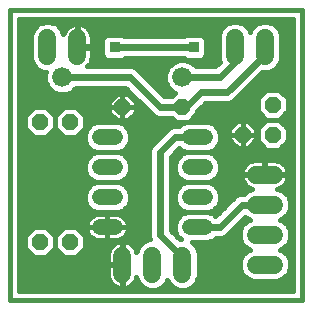
<source format=gtl>
G75*
G70*
%OFA0B0*%
%FSLAX24Y24*%
%IPPOS*%
%LPD*%
%AMOC8*
5,1,8,0,0,1.08239X$1,22.5*
%
%ADD10C,0.0160*%
%ADD11C,0.0520*%
%ADD12C,0.0600*%
%ADD13OC8,0.0520*%
%ADD14C,0.0660*%
%ADD15C,0.0240*%
%ADD16R,0.0356X0.0356*%
D10*
X000367Y000180D02*
X010117Y000180D01*
X010117Y009867D01*
X000367Y009867D01*
X000367Y000180D01*
X000687Y000500D02*
X000687Y009547D01*
X009797Y009547D01*
X009797Y000500D01*
X000687Y000500D01*
X000687Y000559D02*
X004932Y000559D01*
X005009Y000527D02*
X005224Y000527D01*
X005423Y000609D01*
X005574Y000761D01*
X005617Y000863D01*
X005659Y000761D01*
X005811Y000609D01*
X006009Y000527D01*
X006224Y000527D01*
X006423Y000609D01*
X006574Y000761D01*
X006657Y000959D01*
X006657Y001774D01*
X006574Y001972D01*
X006430Y002117D01*
X006976Y002117D01*
X007160Y002193D01*
X007224Y002257D01*
X007438Y002257D01*
X007571Y002311D01*
X007672Y002413D01*
X008214Y002955D01*
X008261Y002909D01*
X008363Y002867D01*
X008261Y002824D01*
X008109Y002672D01*
X008027Y002474D01*
X008027Y002259D01*
X008109Y002061D01*
X008261Y001909D01*
X008363Y001867D01*
X008261Y001824D01*
X008109Y001672D01*
X008027Y001474D01*
X008027Y001259D01*
X008109Y001061D01*
X008261Y000909D01*
X008459Y000827D01*
X009274Y000827D01*
X009473Y000909D01*
X009624Y001061D01*
X009707Y001259D01*
X009707Y001474D01*
X009624Y001672D01*
X009473Y001824D01*
X009371Y001867D01*
X009473Y001909D01*
X009624Y002061D01*
X009707Y002259D01*
X009707Y002474D01*
X009624Y002672D01*
X009473Y002824D01*
X009371Y002867D01*
X009473Y002909D01*
X009624Y003061D01*
X009707Y003259D01*
X009707Y003474D01*
X009624Y003672D01*
X009473Y003824D01*
X009287Y003901D01*
X009351Y003922D01*
X009418Y003956D01*
X009479Y004000D01*
X009533Y004054D01*
X009577Y004115D01*
X009611Y004182D01*
X009635Y004254D01*
X009647Y004329D01*
X009647Y004347D01*
X008887Y004347D01*
X008887Y004387D01*
X008847Y004387D01*
X008847Y004847D01*
X008529Y004847D01*
X008454Y004835D01*
X008382Y004811D01*
X008315Y004777D01*
X008254Y004733D01*
X008201Y004679D01*
X008156Y004618D01*
X008122Y004551D01*
X008098Y004479D01*
X008087Y004404D01*
X008087Y004387D01*
X008847Y004387D01*
X008847Y004347D01*
X008087Y004347D01*
X008087Y004329D01*
X008098Y004254D01*
X008122Y004182D01*
X008156Y004115D01*
X008201Y004054D01*
X008254Y004000D01*
X008315Y003956D01*
X008382Y003922D01*
X008446Y003901D01*
X008261Y003824D01*
X008163Y003727D01*
X008045Y003727D01*
X007913Y003672D01*
X007221Y002980D01*
X007160Y003040D01*
X006976Y003117D01*
X007160Y003193D01*
X007301Y003333D01*
X007377Y003517D01*
X007377Y003716D01*
X007301Y003900D01*
X007160Y004040D01*
X006976Y004117D01*
X007160Y004193D01*
X007301Y004333D01*
X007377Y004517D01*
X007377Y004716D01*
X007301Y004900D01*
X007160Y005040D01*
X006976Y005117D01*
X007160Y005193D01*
X007301Y005333D01*
X007377Y005517D01*
X007377Y005716D01*
X007301Y005900D01*
X007160Y006040D01*
X006976Y006117D01*
X006257Y006117D01*
X006073Y006040D01*
X006010Y005977D01*
X005795Y005977D01*
X005663Y005922D01*
X005561Y005820D01*
X005061Y005320D01*
X005007Y005188D01*
X005007Y002295D01*
X005043Y002207D01*
X005009Y002207D01*
X004811Y002124D01*
X004659Y001972D01*
X004582Y001787D01*
X004561Y001851D01*
X004527Y001918D01*
X004483Y001979D01*
X004429Y002033D01*
X004368Y002077D01*
X004301Y002111D01*
X004229Y002135D01*
X004154Y002147D01*
X004137Y002147D01*
X004137Y001387D01*
X004097Y001387D01*
X004097Y002147D01*
X004079Y002147D01*
X004004Y002135D01*
X003932Y002111D01*
X003865Y002077D01*
X003804Y002033D01*
X003751Y001979D01*
X003706Y001918D01*
X003672Y001851D01*
X003648Y001779D01*
X003637Y001704D01*
X003637Y001387D01*
X004097Y001387D01*
X004097Y001347D01*
X003637Y001347D01*
X003637Y001029D01*
X003648Y000954D01*
X003672Y000882D01*
X003706Y000815D01*
X003751Y000754D01*
X003804Y000700D01*
X003865Y000656D01*
X003932Y000622D01*
X004004Y000598D01*
X004079Y000587D01*
X004097Y000587D01*
X004097Y001347D01*
X004137Y001347D01*
X004137Y000587D01*
X004154Y000587D01*
X004229Y000598D01*
X004301Y000622D01*
X004368Y000656D01*
X004429Y000700D01*
X004483Y000754D01*
X004527Y000815D01*
X004561Y000882D01*
X004582Y000946D01*
X004659Y000761D01*
X004811Y000609D01*
X005009Y000527D01*
X005301Y000559D02*
X005932Y000559D01*
X005702Y000717D02*
X005531Y000717D01*
X006301Y000559D02*
X009797Y000559D01*
X009797Y000717D02*
X006531Y000717D01*
X006622Y000876D02*
X008341Y000876D01*
X008135Y001034D02*
X006657Y001034D01*
X006657Y001193D02*
X008054Y001193D01*
X008027Y001351D02*
X006657Y001351D01*
X006657Y001510D02*
X008041Y001510D01*
X008107Y001668D02*
X006657Y001668D01*
X006635Y001827D02*
X008266Y001827D01*
X008184Y001985D02*
X006562Y001985D01*
X007041Y002144D02*
X008075Y002144D01*
X008027Y002302D02*
X007548Y002302D01*
X007720Y002461D02*
X008027Y002461D01*
X008087Y002619D02*
X007878Y002619D01*
X008037Y002778D02*
X008214Y002778D01*
X008195Y002936D02*
X008233Y002936D01*
X007653Y003412D02*
X007333Y003412D01*
X007220Y003253D02*
X007494Y003253D01*
X007336Y003095D02*
X007029Y003095D01*
X006976Y003117D02*
X006257Y003117D01*
X006976Y003117D01*
X007377Y003570D02*
X007811Y003570D01*
X008165Y003729D02*
X007371Y003729D01*
X007306Y003887D02*
X008412Y003887D01*
X008209Y004046D02*
X007148Y004046D01*
X007171Y004204D02*
X008115Y004204D01*
X008112Y004521D02*
X007377Y004521D01*
X007377Y004680D02*
X008201Y004680D01*
X008475Y004838D02*
X007326Y004838D01*
X007204Y004997D02*
X009797Y004997D01*
X009797Y004838D02*
X009258Y004838D01*
X009279Y004835D02*
X009204Y004847D01*
X008887Y004847D01*
X008887Y004387D01*
X009647Y004387D01*
X009647Y004404D01*
X009635Y004479D01*
X009611Y004551D01*
X009577Y004618D01*
X009533Y004679D01*
X009479Y004733D01*
X009418Y004777D01*
X009351Y004811D01*
X009279Y004835D01*
X009532Y004680D02*
X009797Y004680D01*
X009797Y004521D02*
X009621Y004521D01*
X009797Y004363D02*
X008887Y004363D01*
X008847Y004363D02*
X007313Y004363D01*
X006976Y004117D02*
X006257Y004117D01*
X006073Y004193D01*
X005933Y004333D01*
X005857Y004517D01*
X005857Y004716D01*
X005933Y004900D01*
X006073Y005040D01*
X006257Y005117D01*
X006976Y005117D01*
X006257Y005117D01*
X006073Y005193D01*
X006013Y005253D01*
X005727Y004967D01*
X005727Y002516D01*
X006036Y002207D01*
X006060Y002207D01*
X005933Y002333D01*
X005857Y002517D01*
X005857Y002716D01*
X005933Y002900D01*
X006073Y003040D01*
X006257Y003117D01*
X006073Y003193D01*
X005933Y003333D01*
X005857Y003517D01*
X005857Y003716D01*
X005933Y003900D01*
X006073Y004040D01*
X006257Y004117D01*
X006976Y004117D01*
X006086Y004046D02*
X005727Y004046D01*
X005727Y004204D02*
X006062Y004204D01*
X005921Y004363D02*
X005727Y004363D01*
X005727Y004521D02*
X005857Y004521D01*
X005857Y004680D02*
X005727Y004680D01*
X005727Y004838D02*
X005907Y004838D01*
X006030Y004997D02*
X005756Y004997D01*
X005914Y005155D02*
X006164Y005155D01*
X005530Y005789D02*
X004346Y005789D01*
X004377Y005716D02*
X004301Y005900D01*
X004160Y006040D01*
X003976Y006117D01*
X003257Y006117D01*
X003073Y006040D01*
X002933Y005900D01*
X002857Y005716D01*
X002857Y005517D01*
X002933Y005333D01*
X003073Y005193D01*
X003257Y005117D01*
X003976Y005117D01*
X004160Y005193D01*
X004301Y005333D01*
X004377Y005517D01*
X004377Y005716D01*
X004377Y005631D02*
X005372Y005631D01*
X005213Y005472D02*
X004358Y005472D01*
X004281Y005314D02*
X005059Y005314D01*
X005007Y005155D02*
X004069Y005155D01*
X003976Y005117D02*
X004160Y005040D01*
X004301Y004900D01*
X004377Y004716D01*
X004377Y004517D01*
X004301Y004333D01*
X004160Y004193D01*
X003976Y004117D01*
X003257Y004117D01*
X003073Y004193D01*
X002933Y004333D01*
X002857Y004517D01*
X002857Y004716D01*
X002933Y004900D01*
X003073Y005040D01*
X003257Y005117D01*
X003976Y005117D01*
X004204Y004997D02*
X005007Y004997D01*
X005007Y004838D02*
X004326Y004838D01*
X004377Y004680D02*
X005007Y004680D01*
X005007Y004521D02*
X004377Y004521D01*
X004313Y004363D02*
X005007Y004363D01*
X005007Y004204D02*
X004171Y004204D01*
X004148Y004046D02*
X005007Y004046D01*
X005007Y003887D02*
X004306Y003887D01*
X004301Y003900D02*
X004160Y004040D01*
X003976Y004117D01*
X003257Y004117D01*
X003073Y004040D01*
X002933Y003900D01*
X002857Y003716D01*
X002857Y003517D01*
X002933Y003333D01*
X003073Y003193D01*
X003257Y003117D01*
X003976Y003117D01*
X004160Y003193D01*
X004301Y003333D01*
X004377Y003517D01*
X004377Y003716D01*
X004301Y003900D01*
X004371Y003729D02*
X005007Y003729D01*
X005007Y003570D02*
X004377Y003570D01*
X004333Y003412D02*
X005007Y003412D01*
X005007Y003253D02*
X004220Y003253D01*
X004107Y002993D02*
X004046Y003024D01*
X003980Y003046D01*
X003911Y003057D01*
X003617Y003057D01*
X003617Y002617D01*
X003617Y002617D01*
X004317Y002617D01*
X004317Y002651D01*
X004306Y002720D01*
X004284Y002785D01*
X004253Y002847D01*
X004212Y002903D01*
X004163Y002952D01*
X004107Y002993D01*
X004179Y002936D02*
X005007Y002936D01*
X005007Y003095D02*
X000687Y003095D01*
X000687Y002936D02*
X003054Y002936D01*
X003070Y002952D02*
X003021Y002903D01*
X002980Y002847D01*
X002949Y002785D01*
X002928Y002720D01*
X002917Y002651D01*
X002917Y002617D01*
X003617Y002617D01*
X003617Y002617D01*
X003617Y003057D01*
X003322Y003057D01*
X003254Y003046D01*
X003188Y003024D01*
X003126Y002993D01*
X003070Y002952D01*
X002946Y002778D02*
X000687Y002778D01*
X000687Y002619D02*
X002917Y002619D01*
X002917Y002617D02*
X002917Y002582D01*
X002928Y002514D01*
X002949Y002448D01*
X002980Y002386D01*
X003021Y002330D01*
X003070Y002281D01*
X003126Y002240D01*
X003188Y002209D01*
X003254Y002187D01*
X003322Y002177D01*
X003617Y002177D01*
X003911Y002177D01*
X003980Y002187D01*
X004046Y002209D01*
X004107Y002240D01*
X004163Y002281D01*
X004212Y002330D01*
X004253Y002386D01*
X004284Y002448D01*
X004306Y002514D01*
X004317Y002582D01*
X004317Y002617D01*
X003617Y002617D01*
X003617Y002617D01*
X003617Y002177D01*
X003617Y002617D01*
X003617Y002617D01*
X002917Y002617D01*
X002945Y002461D02*
X002730Y002461D01*
X002867Y002324D02*
X002574Y002617D01*
X002160Y002617D01*
X001867Y002324D01*
X001867Y001909D01*
X002160Y001617D01*
X002574Y001617D01*
X002867Y001909D01*
X002867Y002324D01*
X002867Y002302D02*
X003049Y002302D01*
X002867Y002144D02*
X004060Y002144D01*
X004097Y002144D02*
X004137Y002144D01*
X004173Y002144D02*
X004857Y002144D01*
X005007Y002302D02*
X004184Y002302D01*
X004289Y002461D02*
X005007Y002461D01*
X005007Y002619D02*
X004317Y002619D01*
X004287Y002778D02*
X005007Y002778D01*
X005727Y002778D02*
X005882Y002778D01*
X005857Y002619D02*
X005727Y002619D01*
X005782Y002461D02*
X005880Y002461D01*
X005940Y002302D02*
X005964Y002302D01*
X005969Y002936D02*
X005727Y002936D01*
X005727Y003095D02*
X006204Y003095D01*
X006013Y003253D02*
X005727Y003253D01*
X005727Y003412D02*
X005900Y003412D01*
X005857Y003570D02*
X005727Y003570D01*
X005727Y003729D02*
X005862Y003729D01*
X005928Y003887D02*
X005727Y003887D01*
X007069Y005155D02*
X009797Y005155D01*
X009797Y005314D02*
X009445Y005314D01*
X009332Y005201D02*
X009625Y005494D01*
X009625Y005908D01*
X009332Y006201D01*
X009625Y006494D01*
X009625Y006908D01*
X009332Y007201D01*
X008918Y007201D01*
X008625Y006908D01*
X008625Y006494D01*
X008918Y006201D01*
X009332Y006201D01*
X008918Y006201D01*
X008625Y005908D01*
X008625Y005494D01*
X008918Y005201D01*
X009332Y005201D01*
X009604Y005472D02*
X009797Y005472D01*
X009797Y005631D02*
X009625Y005631D01*
X009625Y005789D02*
X009797Y005789D01*
X009797Y005948D02*
X009585Y005948D01*
X009427Y006106D02*
X009797Y006106D01*
X009797Y006265D02*
X009396Y006265D01*
X009555Y006423D02*
X009797Y006423D01*
X009797Y006582D02*
X009625Y006582D01*
X009625Y006740D02*
X009797Y006740D01*
X009797Y006899D02*
X009625Y006899D01*
X009476Y007057D02*
X009797Y007057D01*
X009797Y007216D02*
X008225Y007216D01*
X008383Y007374D02*
X009797Y007374D01*
X009797Y007533D02*
X008542Y007533D01*
X008700Y007691D02*
X009797Y007691D01*
X009797Y007850D02*
X009150Y007850D01*
X009173Y007859D02*
X009324Y008011D01*
X009407Y008209D01*
X009407Y009024D01*
X009324Y009222D01*
X009173Y009374D01*
X008974Y009457D01*
X008759Y009457D01*
X008561Y009374D01*
X008409Y009222D01*
X008367Y009121D01*
X008324Y009222D01*
X008173Y009374D01*
X007974Y009457D01*
X007759Y009457D01*
X007561Y009374D01*
X007409Y009222D01*
X007327Y009024D01*
X007327Y008209D01*
X007363Y008122D01*
X007218Y007977D01*
X006563Y007977D01*
X006440Y008100D01*
X006230Y008187D01*
X006003Y008187D01*
X005794Y008100D01*
X005633Y007939D01*
X005547Y007730D01*
X005547Y007503D01*
X005633Y007294D01*
X005794Y007133D01*
X005888Y007095D01*
X005770Y006977D01*
X005516Y006977D01*
X004571Y007922D01*
X004438Y007977D01*
X002955Y007977D01*
X002983Y008004D01*
X003027Y008065D01*
X003061Y008132D01*
X003085Y008204D01*
X003097Y008279D01*
X003097Y008597D01*
X002637Y008597D01*
X002637Y008637D01*
X002597Y008637D01*
X002597Y009397D01*
X002579Y009397D01*
X002504Y009385D01*
X002432Y009361D01*
X002365Y009327D01*
X002304Y009283D01*
X002251Y009229D01*
X002206Y009168D01*
X002172Y009101D01*
X002151Y009037D01*
X002074Y009222D01*
X001923Y009374D01*
X001724Y009457D01*
X001509Y009457D01*
X001311Y009374D01*
X001159Y009222D01*
X001077Y009024D01*
X001077Y008209D01*
X001159Y008011D01*
X001311Y007859D01*
X001509Y007777D01*
X001566Y007777D01*
X001547Y007730D01*
X001547Y007503D01*
X001633Y007294D01*
X001794Y007133D01*
X002003Y007047D01*
X002230Y007047D01*
X002440Y007133D01*
X002563Y007257D01*
X004218Y007257D01*
X005061Y006413D01*
X005163Y006311D01*
X005295Y006257D01*
X005770Y006257D01*
X005910Y006117D01*
X006324Y006117D01*
X006617Y006409D01*
X006617Y006482D01*
X006891Y006757D01*
X007688Y006757D01*
X007821Y006811D01*
X008786Y007777D01*
X008974Y007777D01*
X009173Y007859D01*
X009322Y008008D02*
X009797Y008008D01*
X009797Y008167D02*
X009389Y008167D01*
X009407Y008325D02*
X009797Y008325D01*
X009797Y008484D02*
X009407Y008484D01*
X009407Y008642D02*
X009797Y008642D01*
X009797Y008801D02*
X009407Y008801D01*
X009407Y008959D02*
X009797Y008959D01*
X009797Y009118D02*
X009368Y009118D01*
X009271Y009276D02*
X009797Y009276D01*
X009797Y009435D02*
X009027Y009435D01*
X008706Y009435D02*
X008027Y009435D01*
X008271Y009276D02*
X008463Y009276D01*
X007706Y009435D02*
X001777Y009435D01*
X002021Y009276D02*
X002297Y009276D01*
X002180Y009118D02*
X002118Y009118D01*
X002597Y009118D02*
X002637Y009118D01*
X002637Y008959D02*
X002597Y008959D01*
X002597Y008801D02*
X002637Y008801D01*
X002637Y008642D02*
X002597Y008642D01*
X002637Y008637D02*
X002637Y009397D01*
X002654Y009397D01*
X002729Y009385D01*
X002801Y009361D01*
X002868Y009327D01*
X002929Y009283D01*
X002983Y009229D01*
X003027Y009168D01*
X003061Y009101D01*
X003085Y009029D01*
X003097Y008954D01*
X003097Y008637D01*
X002637Y008637D01*
X003097Y008642D02*
X003449Y008642D01*
X003449Y008801D02*
X003097Y008801D01*
X003096Y008959D02*
X003514Y008959D01*
X003485Y008931D02*
X003449Y008842D01*
X003449Y008391D01*
X003485Y008303D01*
X003553Y008235D01*
X003641Y008198D01*
X004093Y008198D01*
X004181Y008235D01*
X004202Y008257D01*
X006156Y008257D01*
X006178Y008235D01*
X006266Y008198D01*
X006718Y008198D01*
X006806Y008235D01*
X006873Y008303D01*
X006910Y008391D01*
X006910Y008842D01*
X006873Y008931D01*
X006806Y008998D01*
X006718Y009035D01*
X006266Y009035D01*
X006178Y008998D01*
X006156Y008977D01*
X004202Y008977D01*
X004181Y008998D01*
X004093Y009035D01*
X003641Y009035D01*
X003553Y008998D01*
X003485Y008931D01*
X003053Y009118D02*
X007365Y009118D01*
X007327Y008959D02*
X006845Y008959D01*
X006910Y008801D02*
X007327Y008801D01*
X007327Y008642D02*
X006910Y008642D01*
X006910Y008484D02*
X007327Y008484D01*
X007327Y008325D02*
X006883Y008325D01*
X006531Y008008D02*
X007249Y008008D01*
X007344Y008167D02*
X006278Y008167D01*
X005955Y008167D02*
X003073Y008167D01*
X003097Y008325D02*
X003476Y008325D01*
X003449Y008484D02*
X003097Y008484D01*
X002986Y008008D02*
X005702Y008008D01*
X005596Y007850D02*
X004643Y007850D01*
X004801Y007691D02*
X005547Y007691D01*
X005547Y007533D02*
X004960Y007533D01*
X005118Y007374D02*
X005600Y007374D01*
X005712Y007216D02*
X005277Y007216D01*
X005435Y007057D02*
X005850Y007057D01*
X006716Y006582D02*
X008625Y006582D01*
X008625Y006740D02*
X006874Y006740D01*
X006617Y006423D02*
X008696Y006423D01*
X008854Y006265D02*
X006472Y006265D01*
X006232Y006106D02*
X004001Y006106D01*
X003934Y006177D02*
X004117Y006177D01*
X004299Y006177D01*
X004557Y006434D01*
X004557Y006617D01*
X004557Y006799D01*
X004299Y007057D01*
X004117Y007057D01*
X004117Y006617D01*
X004117Y006617D01*
X004557Y006617D01*
X004117Y006617D01*
X004117Y006617D01*
X004117Y007057D01*
X003934Y007057D01*
X003677Y006799D01*
X003677Y006617D01*
X004117Y006617D01*
X004117Y006617D01*
X004117Y006177D01*
X004117Y006617D01*
X004117Y006617D01*
X003677Y006617D01*
X003677Y006434D01*
X003934Y006177D01*
X003846Y006265D02*
X002867Y006265D01*
X002867Y006324D02*
X002574Y006617D01*
X002160Y006617D01*
X001867Y006324D01*
X001867Y005909D01*
X002160Y005617D01*
X002574Y005617D01*
X002867Y005909D01*
X002867Y006324D01*
X002767Y006423D02*
X003688Y006423D01*
X003677Y006582D02*
X002609Y006582D01*
X002125Y006582D02*
X001609Y006582D01*
X001574Y006617D02*
X001160Y006617D01*
X000867Y006324D01*
X000867Y005909D01*
X001160Y005617D01*
X001574Y005617D01*
X001867Y005909D01*
X001867Y006324D01*
X001574Y006617D01*
X001767Y006423D02*
X001966Y006423D01*
X001867Y006265D02*
X001867Y006265D01*
X001867Y006106D02*
X001867Y006106D01*
X001867Y005948D02*
X001867Y005948D01*
X001746Y005789D02*
X001987Y005789D01*
X002146Y005631D02*
X001588Y005631D01*
X001146Y005631D02*
X000687Y005631D01*
X000687Y005789D02*
X000987Y005789D01*
X000867Y005948D02*
X000687Y005948D01*
X000687Y006106D02*
X000867Y006106D01*
X000867Y006265D02*
X000687Y006265D01*
X000687Y006423D02*
X000966Y006423D01*
X001125Y006582D02*
X000687Y006582D01*
X000687Y006740D02*
X003677Y006740D01*
X003776Y006899D02*
X000687Y006899D01*
X000687Y007057D02*
X001978Y007057D01*
X002255Y007057D02*
X004417Y007057D01*
X004259Y007216D02*
X002522Y007216D01*
X001712Y007216D02*
X000687Y007216D01*
X000687Y007374D02*
X001600Y007374D01*
X001547Y007533D02*
X000687Y007533D01*
X000687Y007691D02*
X001547Y007691D01*
X001333Y007850D02*
X000687Y007850D01*
X000687Y008008D02*
X001161Y008008D01*
X001094Y008167D02*
X000687Y008167D01*
X000687Y008325D02*
X001077Y008325D01*
X001077Y008484D02*
X000687Y008484D01*
X000687Y008642D02*
X001077Y008642D01*
X001077Y008801D02*
X000687Y008801D01*
X000687Y008959D02*
X001077Y008959D01*
X001115Y009118D02*
X000687Y009118D01*
X000687Y009276D02*
X001213Y009276D01*
X001456Y009435D02*
X000687Y009435D01*
X002597Y009276D02*
X002637Y009276D01*
X002936Y009276D02*
X007463Y009276D01*
X008066Y007057D02*
X008774Y007057D01*
X008625Y006899D02*
X007908Y006899D01*
X007943Y006141D02*
X007685Y005883D01*
X007685Y005701D01*
X008125Y005701D01*
X008125Y006141D01*
X007943Y006141D01*
X007908Y006106D02*
X007001Y006106D01*
X007253Y005948D02*
X007750Y005948D01*
X007685Y005789D02*
X007346Y005789D01*
X007377Y005631D02*
X007685Y005631D01*
X007685Y005701D02*
X007685Y005518D01*
X007943Y005261D01*
X008125Y005261D01*
X008125Y005701D01*
X008125Y005701D01*
X008125Y006141D01*
X008307Y006141D01*
X008565Y005883D01*
X008565Y005701D01*
X008125Y005701D01*
X008125Y005701D01*
X008125Y005701D01*
X007685Y005701D01*
X007731Y005472D02*
X007358Y005472D01*
X007281Y005314D02*
X007890Y005314D01*
X008125Y005314D02*
X008125Y005314D01*
X008125Y005261D02*
X008307Y005261D01*
X008565Y005518D01*
X008565Y005701D01*
X008125Y005701D01*
X008125Y005701D01*
X008125Y005261D01*
X008125Y005472D02*
X008125Y005472D01*
X008125Y005631D02*
X008125Y005631D01*
X008125Y005789D02*
X008125Y005789D01*
X008125Y005948D02*
X008125Y005948D01*
X008125Y006106D02*
X008125Y006106D01*
X008342Y006106D02*
X008823Y006106D01*
X008665Y005948D02*
X008500Y005948D01*
X008565Y005789D02*
X008625Y005789D01*
X008625Y005631D02*
X008565Y005631D01*
X008519Y005472D02*
X008647Y005472D01*
X008805Y005314D02*
X008360Y005314D01*
X008847Y004838D02*
X008887Y004838D01*
X008887Y004680D02*
X008847Y004680D01*
X008847Y004521D02*
X008887Y004521D01*
X009524Y004046D02*
X009797Y004046D01*
X009797Y004204D02*
X009619Y004204D01*
X009797Y003887D02*
X009321Y003887D01*
X009568Y003729D02*
X009797Y003729D01*
X009797Y003570D02*
X009667Y003570D01*
X009707Y003412D02*
X009797Y003412D01*
X009797Y003253D02*
X009704Y003253D01*
X009638Y003095D02*
X009797Y003095D01*
X009797Y002936D02*
X009500Y002936D01*
X009519Y002778D02*
X009797Y002778D01*
X009797Y002619D02*
X009647Y002619D01*
X009707Y002461D02*
X009797Y002461D01*
X009797Y002302D02*
X009707Y002302D01*
X009659Y002144D02*
X009797Y002144D01*
X009797Y001985D02*
X009549Y001985D01*
X009467Y001827D02*
X009797Y001827D01*
X009797Y001668D02*
X009626Y001668D01*
X009692Y001510D02*
X009797Y001510D01*
X009797Y001351D02*
X009707Y001351D01*
X009679Y001193D02*
X009797Y001193D01*
X009797Y001034D02*
X009598Y001034D01*
X009797Y000876D02*
X009392Y000876D01*
X004702Y000717D02*
X004446Y000717D01*
X004558Y000876D02*
X004611Y000876D01*
X004137Y000876D02*
X004097Y000876D01*
X004097Y000717D02*
X004137Y000717D01*
X004137Y001034D02*
X004097Y001034D01*
X004097Y001193D02*
X004137Y001193D01*
X004097Y001351D02*
X000687Y001351D01*
X000687Y001193D02*
X003637Y001193D01*
X003637Y001034D02*
X000687Y001034D01*
X000687Y000876D02*
X003675Y000876D01*
X003787Y000717D02*
X000687Y000717D01*
X000687Y001510D02*
X003637Y001510D01*
X003637Y001668D02*
X002625Y001668D01*
X002784Y001827D02*
X003664Y001827D01*
X003756Y001985D02*
X002867Y001985D01*
X003617Y002302D02*
X003617Y002302D01*
X003617Y002461D02*
X003617Y002461D01*
X003617Y002619D02*
X003617Y002619D01*
X003617Y002778D02*
X003617Y002778D01*
X003617Y002936D02*
X003617Y002936D01*
X003013Y003253D02*
X000687Y003253D01*
X000687Y003412D02*
X002900Y003412D01*
X002857Y003570D02*
X000687Y003570D01*
X000687Y003729D02*
X002862Y003729D01*
X002928Y003887D02*
X000687Y003887D01*
X000687Y004046D02*
X003086Y004046D01*
X003062Y004204D02*
X000687Y004204D01*
X000687Y004363D02*
X002921Y004363D01*
X002857Y004521D02*
X000687Y004521D01*
X000687Y004680D02*
X002857Y004680D01*
X002907Y004838D02*
X000687Y004838D01*
X000687Y004997D02*
X003030Y004997D01*
X003164Y005155D02*
X000687Y005155D01*
X000687Y005314D02*
X002953Y005314D01*
X002875Y005472D02*
X000687Y005472D01*
X002588Y005631D02*
X002857Y005631D01*
X002887Y005789D02*
X002746Y005789D01*
X002867Y005948D02*
X002981Y005948D01*
X002867Y006106D02*
X003232Y006106D01*
X004117Y006265D02*
X004117Y006265D01*
X004117Y006423D02*
X004117Y006423D01*
X004117Y006582D02*
X004117Y006582D01*
X004117Y006740D02*
X004117Y006740D01*
X004117Y006899D02*
X004117Y006899D01*
X004457Y006899D02*
X004576Y006899D01*
X004557Y006740D02*
X004734Y006740D01*
X004893Y006582D02*
X004557Y006582D01*
X004545Y006423D02*
X005051Y006423D01*
X005276Y006265D02*
X004387Y006265D01*
X004253Y005948D02*
X005725Y005948D01*
X001867Y002324D02*
X001574Y002617D01*
X001160Y002617D01*
X000867Y002324D01*
X000867Y001909D01*
X001160Y001617D01*
X001574Y001617D01*
X001867Y001909D01*
X001867Y002324D01*
X001867Y002302D02*
X001867Y002302D01*
X001867Y002144D02*
X001867Y002144D01*
X001867Y001985D02*
X001867Y001985D01*
X001784Y001827D02*
X001950Y001827D01*
X002108Y001668D02*
X001625Y001668D01*
X001108Y001668D02*
X000687Y001668D01*
X000687Y001827D02*
X000950Y001827D01*
X000867Y001985D02*
X000687Y001985D01*
X000687Y002144D02*
X000867Y002144D01*
X000867Y002302D02*
X000687Y002302D01*
X000687Y002461D02*
X001004Y002461D01*
X001730Y002461D02*
X002004Y002461D01*
X004097Y001985D02*
X004137Y001985D01*
X004137Y001827D02*
X004097Y001827D01*
X004097Y001668D02*
X004137Y001668D01*
X004137Y001510D02*
X004097Y001510D01*
X004569Y001827D02*
X004598Y001827D01*
X004671Y001985D02*
X004477Y001985D01*
D11*
X003877Y002617D02*
X003357Y002617D01*
X003357Y003617D02*
X003877Y003617D01*
X003877Y004617D02*
X003357Y004617D01*
X003357Y005617D02*
X003877Y005617D01*
X006357Y005617D02*
X006877Y005617D01*
X006877Y004617D02*
X006357Y004617D01*
X006357Y003617D02*
X006877Y003617D01*
X006877Y002617D02*
X006357Y002617D01*
D12*
X006117Y001667D02*
X006117Y001067D01*
X005117Y001067D02*
X005117Y001667D01*
X004117Y001667D02*
X004117Y001067D01*
X008567Y001367D02*
X009167Y001367D01*
X009167Y002367D02*
X008567Y002367D01*
X008567Y003367D02*
X009167Y003367D01*
X009167Y004367D02*
X008567Y004367D01*
X008867Y008317D02*
X008867Y008917D01*
X007867Y008917D02*
X007867Y008317D01*
X002617Y008317D02*
X002617Y008917D01*
X001617Y008917D02*
X001617Y008317D01*
D13*
X004117Y006617D03*
X002367Y006117D03*
X001367Y006117D03*
X006117Y006617D03*
X008125Y005701D03*
X009125Y005701D03*
X009125Y006701D03*
X002367Y002117D03*
X001367Y002117D03*
D14*
X002117Y007617D03*
X006117Y007617D03*
D15*
X007367Y007617D01*
X007867Y008117D01*
X007867Y008617D01*
X008867Y008617D02*
X008867Y008367D01*
X007617Y007117D01*
X006742Y007117D01*
X006242Y006617D01*
X006117Y006617D01*
X005367Y006617D01*
X004367Y007617D01*
X002117Y007617D01*
X003867Y008617D02*
X006492Y008617D01*
X006617Y005617D02*
X005867Y005617D01*
X005367Y005117D01*
X005367Y002367D01*
X006117Y001617D01*
X006117Y001367D01*
X006617Y002617D02*
X007367Y002617D01*
X008117Y003367D01*
X008867Y003367D01*
D16*
X006492Y008617D03*
X003867Y008617D03*
M02*

</source>
